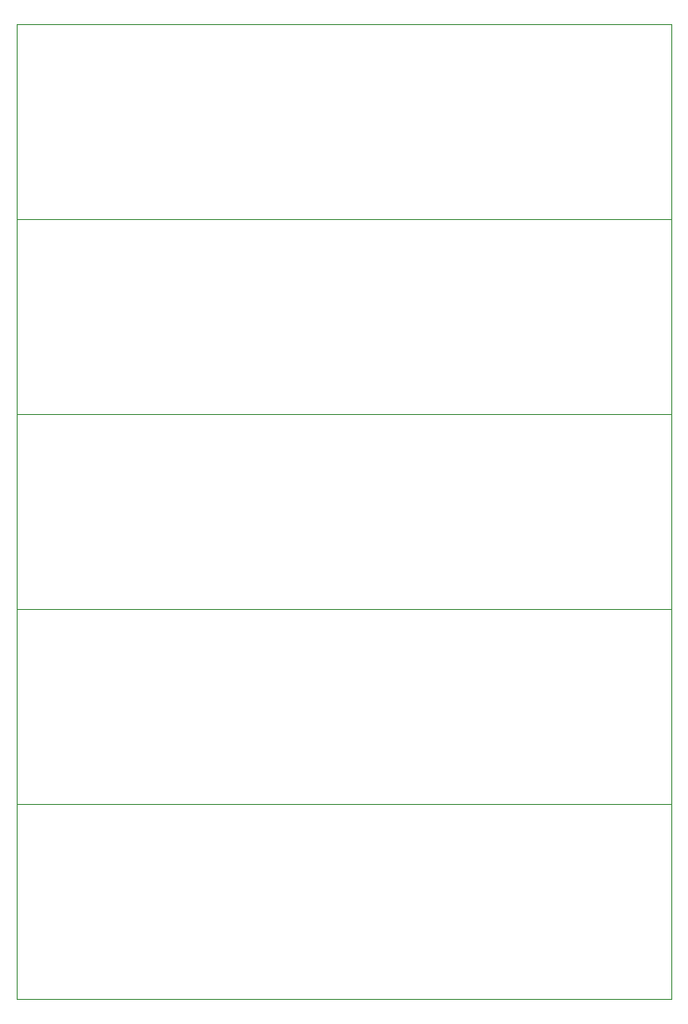
<source format=gbr>
G04 #@! TF.GenerationSoftware,KiCad,Pcbnew,5.1.5-52549c5~86~ubuntu18.04.1*
G04 #@! TF.CreationDate,2020-09-17T20:37:08-05:00*
G04 #@! TF.ProjectId,,58585858-5858-4585-9858-585858585858,rev?*
G04 #@! TF.SameCoordinates,Original*
G04 #@! TF.FileFunction,Profile,NP*
%FSLAX46Y46*%
G04 Gerber Fmt 4.6, Leading zero omitted, Abs format (unit mm)*
G04 Created by KiCad (PCBNEW 5.1.5-52549c5~86~ubuntu18.04.1) date 2020-09-17 20:37:08*
%MOMM*%
%LPD*%
G04 APERTURE LIST*
%ADD10C,0.050000*%
G04 APERTURE END LIST*
D10*
X48371800Y-97978000D02*
X108181800Y-97978000D01*
X48371800Y-80198000D02*
X108181800Y-80198000D01*
X48371800Y-62418000D02*
X108181800Y-62418000D01*
X48371800Y-44638000D02*
X108181800Y-44638000D01*
X48371800Y-97978000D02*
X48371800Y-115758000D01*
X48371800Y-80198000D02*
X48371800Y-97978000D01*
X48371800Y-62418000D02*
X48371800Y-80198000D01*
X48371800Y-44638000D02*
X48371800Y-62418000D01*
X108181800Y-97978000D02*
X108181800Y-115758000D01*
X108181800Y-80198000D02*
X108181800Y-97978000D01*
X108181800Y-62418000D02*
X108181800Y-80198000D01*
X108181800Y-44638000D02*
X108181800Y-62418000D01*
X48371800Y-115758000D02*
X108181800Y-115758000D01*
X48371800Y-97978000D02*
X108181800Y-97978000D01*
X48371800Y-80198000D02*
X108181800Y-80198000D01*
X48371800Y-62418000D02*
X108181800Y-62418000D01*
X108181800Y-26858000D02*
X108181800Y-44638000D01*
X48371800Y-44638000D02*
X108181800Y-44638000D01*
X48371800Y-26858000D02*
X108181800Y-26858000D01*
X48371800Y-26858000D02*
X48371800Y-44638000D01*
M02*

</source>
